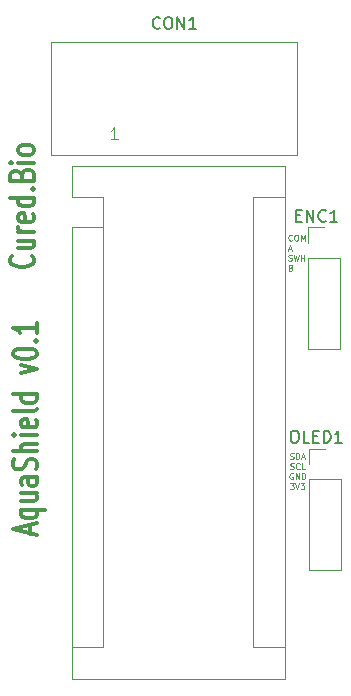
<source format=gto>
G04 #@! TF.FileFunction,Legend,Top*
%FSLAX46Y46*%
G04 Gerber Fmt 4.6, Leading zero omitted, Abs format (unit mm)*
G04 Created by KiCad (PCBNEW 4.0.7) date 10/31/17 13:14:18*
%MOMM*%
%LPD*%
G01*
G04 APERTURE LIST*
%ADD10C,0.150000*%
%ADD11C,0.100000*%
%ADD12C,0.304800*%
%ADD13C,0.120000*%
G04 APERTURE END LIST*
D10*
D11*
X150754762Y-84003571D02*
X150730952Y-84027381D01*
X150659524Y-84051190D01*
X150611905Y-84051190D01*
X150540476Y-84027381D01*
X150492857Y-83979762D01*
X150469048Y-83932143D01*
X150445238Y-83836905D01*
X150445238Y-83765476D01*
X150469048Y-83670238D01*
X150492857Y-83622619D01*
X150540476Y-83575000D01*
X150611905Y-83551190D01*
X150659524Y-83551190D01*
X150730952Y-83575000D01*
X150754762Y-83598810D01*
X151064286Y-83551190D02*
X151159524Y-83551190D01*
X151207143Y-83575000D01*
X151254762Y-83622619D01*
X151278571Y-83717857D01*
X151278571Y-83884524D01*
X151254762Y-83979762D01*
X151207143Y-84027381D01*
X151159524Y-84051190D01*
X151064286Y-84051190D01*
X151016667Y-84027381D01*
X150969048Y-83979762D01*
X150945238Y-83884524D01*
X150945238Y-83717857D01*
X150969048Y-83622619D01*
X151016667Y-83575000D01*
X151064286Y-83551190D01*
X151492858Y-84051190D02*
X151492858Y-83551190D01*
X151659524Y-83908333D01*
X151826191Y-83551190D01*
X151826191Y-84051190D01*
X150445238Y-84758333D02*
X150683333Y-84758333D01*
X150397619Y-84901190D02*
X150564286Y-84401190D01*
X150730952Y-84901190D01*
X150445238Y-85727381D02*
X150516667Y-85751190D01*
X150635714Y-85751190D01*
X150683333Y-85727381D01*
X150707143Y-85703571D01*
X150730952Y-85655952D01*
X150730952Y-85608333D01*
X150707143Y-85560714D01*
X150683333Y-85536905D01*
X150635714Y-85513095D01*
X150540476Y-85489286D01*
X150492857Y-85465476D01*
X150469048Y-85441667D01*
X150445238Y-85394048D01*
X150445238Y-85346429D01*
X150469048Y-85298810D01*
X150492857Y-85275000D01*
X150540476Y-85251190D01*
X150659524Y-85251190D01*
X150730952Y-85275000D01*
X150897619Y-85251190D02*
X151016666Y-85751190D01*
X151111904Y-85394048D01*
X151207142Y-85751190D01*
X151326190Y-85251190D01*
X151516667Y-85751190D02*
X151516667Y-85251190D01*
X151516667Y-85489286D02*
X151802381Y-85489286D01*
X151802381Y-85751190D02*
X151802381Y-85251190D01*
X150635714Y-86339286D02*
X150707143Y-86363095D01*
X150730952Y-86386905D01*
X150754762Y-86434524D01*
X150754762Y-86505952D01*
X150730952Y-86553571D01*
X150707143Y-86577381D01*
X150659524Y-86601190D01*
X150469048Y-86601190D01*
X150469048Y-86101190D01*
X150635714Y-86101190D01*
X150683333Y-86125000D01*
X150707143Y-86148810D01*
X150730952Y-86196429D01*
X150730952Y-86244048D01*
X150707143Y-86291667D01*
X150683333Y-86315476D01*
X150635714Y-86339286D01*
X150469048Y-86339286D01*
X150592858Y-102527381D02*
X150664287Y-102551190D01*
X150783334Y-102551190D01*
X150830953Y-102527381D01*
X150854763Y-102503571D01*
X150878572Y-102455952D01*
X150878572Y-102408333D01*
X150854763Y-102360714D01*
X150830953Y-102336905D01*
X150783334Y-102313095D01*
X150688096Y-102289286D01*
X150640477Y-102265476D01*
X150616668Y-102241667D01*
X150592858Y-102194048D01*
X150592858Y-102146429D01*
X150616668Y-102098810D01*
X150640477Y-102075000D01*
X150688096Y-102051190D01*
X150807144Y-102051190D01*
X150878572Y-102075000D01*
X151092858Y-102551190D02*
X151092858Y-102051190D01*
X151211905Y-102051190D01*
X151283334Y-102075000D01*
X151330953Y-102122619D01*
X151354762Y-102170238D01*
X151378572Y-102265476D01*
X151378572Y-102336905D01*
X151354762Y-102432143D01*
X151330953Y-102479762D01*
X151283334Y-102527381D01*
X151211905Y-102551190D01*
X151092858Y-102551190D01*
X151569048Y-102408333D02*
X151807143Y-102408333D01*
X151521429Y-102551190D02*
X151688096Y-102051190D01*
X151854762Y-102551190D01*
X150604762Y-103377381D02*
X150676191Y-103401190D01*
X150795238Y-103401190D01*
X150842857Y-103377381D01*
X150866667Y-103353571D01*
X150890476Y-103305952D01*
X150890476Y-103258333D01*
X150866667Y-103210714D01*
X150842857Y-103186905D01*
X150795238Y-103163095D01*
X150700000Y-103139286D01*
X150652381Y-103115476D01*
X150628572Y-103091667D01*
X150604762Y-103044048D01*
X150604762Y-102996429D01*
X150628572Y-102948810D01*
X150652381Y-102925000D01*
X150700000Y-102901190D01*
X150819048Y-102901190D01*
X150890476Y-102925000D01*
X151390476Y-103353571D02*
X151366666Y-103377381D01*
X151295238Y-103401190D01*
X151247619Y-103401190D01*
X151176190Y-103377381D01*
X151128571Y-103329762D01*
X151104762Y-103282143D01*
X151080952Y-103186905D01*
X151080952Y-103115476D01*
X151104762Y-103020238D01*
X151128571Y-102972619D01*
X151176190Y-102925000D01*
X151247619Y-102901190D01*
X151295238Y-102901190D01*
X151366666Y-102925000D01*
X151390476Y-102948810D01*
X151842857Y-103401190D02*
X151604762Y-103401190D01*
X151604762Y-102901190D01*
X150819047Y-103775000D02*
X150771428Y-103751190D01*
X150700000Y-103751190D01*
X150628571Y-103775000D01*
X150580952Y-103822619D01*
X150557143Y-103870238D01*
X150533333Y-103965476D01*
X150533333Y-104036905D01*
X150557143Y-104132143D01*
X150580952Y-104179762D01*
X150628571Y-104227381D01*
X150700000Y-104251190D01*
X150747619Y-104251190D01*
X150819047Y-104227381D01*
X150842857Y-104203571D01*
X150842857Y-104036905D01*
X150747619Y-104036905D01*
X151057143Y-104251190D02*
X151057143Y-103751190D01*
X151342857Y-104251190D01*
X151342857Y-103751190D01*
X151580953Y-104251190D02*
X151580953Y-103751190D01*
X151700000Y-103751190D01*
X151771429Y-103775000D01*
X151819048Y-103822619D01*
X151842857Y-103870238D01*
X151866667Y-103965476D01*
X151866667Y-104036905D01*
X151842857Y-104132143D01*
X151819048Y-104179762D01*
X151771429Y-104227381D01*
X151700000Y-104251190D01*
X151580953Y-104251190D01*
X150580954Y-104601190D02*
X150890477Y-104601190D01*
X150723811Y-104791667D01*
X150795239Y-104791667D01*
X150842858Y-104815476D01*
X150866668Y-104839286D01*
X150890477Y-104886905D01*
X150890477Y-105005952D01*
X150866668Y-105053571D01*
X150842858Y-105077381D01*
X150795239Y-105101190D01*
X150652382Y-105101190D01*
X150604763Y-105077381D01*
X150580954Y-105053571D01*
X151033334Y-104601190D02*
X151200001Y-105101190D01*
X151366667Y-104601190D01*
X151485715Y-104601190D02*
X151795238Y-104601190D01*
X151628572Y-104791667D01*
X151700000Y-104791667D01*
X151747619Y-104815476D01*
X151771429Y-104839286D01*
X151795238Y-104886905D01*
X151795238Y-105005952D01*
X151771429Y-105053571D01*
X151747619Y-105077381D01*
X151700000Y-105101190D01*
X151557143Y-105101190D01*
X151509524Y-105077381D01*
X151485715Y-105053571D01*
D12*
X128588667Y-108876286D02*
X128588667Y-108150572D01*
X129169238Y-109021429D02*
X127137238Y-108513429D01*
X129169238Y-108005429D01*
X127814571Y-106844286D02*
X129846571Y-106844286D01*
X129072476Y-106844286D02*
X129169238Y-106989429D01*
X129169238Y-107279715D01*
X129072476Y-107424857D01*
X128975714Y-107497429D01*
X128782190Y-107570000D01*
X128201619Y-107570000D01*
X128008095Y-107497429D01*
X127911333Y-107424857D01*
X127814571Y-107279715D01*
X127814571Y-106989429D01*
X127911333Y-106844286D01*
X127814571Y-105465429D02*
X129169238Y-105465429D01*
X127814571Y-106118572D02*
X128878952Y-106118572D01*
X129072476Y-106046000D01*
X129169238Y-105900858D01*
X129169238Y-105683143D01*
X129072476Y-105538000D01*
X128975714Y-105465429D01*
X129169238Y-104086572D02*
X128104857Y-104086572D01*
X127911333Y-104159143D01*
X127814571Y-104304286D01*
X127814571Y-104594572D01*
X127911333Y-104739715D01*
X129072476Y-104086572D02*
X129169238Y-104231715D01*
X129169238Y-104594572D01*
X129072476Y-104739715D01*
X128878952Y-104812286D01*
X128685429Y-104812286D01*
X128491905Y-104739715D01*
X128395143Y-104594572D01*
X128395143Y-104231715D01*
X128298381Y-104086572D01*
X129072476Y-103433429D02*
X129169238Y-103215715D01*
X129169238Y-102852858D01*
X129072476Y-102707715D01*
X128975714Y-102635144D01*
X128782190Y-102562572D01*
X128588667Y-102562572D01*
X128395143Y-102635144D01*
X128298381Y-102707715D01*
X128201619Y-102852858D01*
X128104857Y-103143144D01*
X128008095Y-103288286D01*
X127911333Y-103360858D01*
X127717810Y-103433429D01*
X127524286Y-103433429D01*
X127330762Y-103360858D01*
X127234000Y-103288286D01*
X127137238Y-103143144D01*
X127137238Y-102780286D01*
X127234000Y-102562572D01*
X129169238Y-101909429D02*
X127137238Y-101909429D01*
X129169238Y-101256286D02*
X128104857Y-101256286D01*
X127911333Y-101328857D01*
X127814571Y-101474000D01*
X127814571Y-101691715D01*
X127911333Y-101836857D01*
X128008095Y-101909429D01*
X129169238Y-100530572D02*
X127814571Y-100530572D01*
X127137238Y-100530572D02*
X127234000Y-100603143D01*
X127330762Y-100530572D01*
X127234000Y-100458000D01*
X127137238Y-100530572D01*
X127330762Y-100530572D01*
X129072476Y-99224286D02*
X129169238Y-99369429D01*
X129169238Y-99659715D01*
X129072476Y-99804858D01*
X128878952Y-99877429D01*
X128104857Y-99877429D01*
X127911333Y-99804858D01*
X127814571Y-99659715D01*
X127814571Y-99369429D01*
X127911333Y-99224286D01*
X128104857Y-99151715D01*
X128298381Y-99151715D01*
X128491905Y-99877429D01*
X129169238Y-98280858D02*
X129072476Y-98426000D01*
X128878952Y-98498572D01*
X127137238Y-98498572D01*
X129169238Y-97047143D02*
X127137238Y-97047143D01*
X129072476Y-97047143D02*
X129169238Y-97192286D01*
X129169238Y-97482572D01*
X129072476Y-97627714D01*
X128975714Y-97700286D01*
X128782190Y-97772857D01*
X128201619Y-97772857D01*
X128008095Y-97700286D01*
X127911333Y-97627714D01*
X127814571Y-97482572D01*
X127814571Y-97192286D01*
X127911333Y-97047143D01*
X127814571Y-95305429D02*
X129169238Y-94942572D01*
X127814571Y-94579714D01*
X127137238Y-93708857D02*
X127137238Y-93563714D01*
X127234000Y-93418571D01*
X127330762Y-93346000D01*
X127524286Y-93273429D01*
X127911333Y-93200857D01*
X128395143Y-93200857D01*
X128782190Y-93273429D01*
X128975714Y-93346000D01*
X129072476Y-93418571D01*
X129169238Y-93563714D01*
X129169238Y-93708857D01*
X129072476Y-93854000D01*
X128975714Y-93926571D01*
X128782190Y-93999143D01*
X128395143Y-94071714D01*
X127911333Y-94071714D01*
X127524286Y-93999143D01*
X127330762Y-93926571D01*
X127234000Y-93854000D01*
X127137238Y-93708857D01*
X128975714Y-92547714D02*
X129072476Y-92475142D01*
X129169238Y-92547714D01*
X129072476Y-92620285D01*
X128975714Y-92547714D01*
X129169238Y-92547714D01*
X129169238Y-91023714D02*
X129169238Y-91894571D01*
X129169238Y-91459143D02*
X127137238Y-91459143D01*
X127427524Y-91604286D01*
X127621048Y-91749428D01*
X127717810Y-91894571D01*
X128725714Y-85359143D02*
X128822476Y-85431714D01*
X128919238Y-85649428D01*
X128919238Y-85794571D01*
X128822476Y-86012286D01*
X128628952Y-86157428D01*
X128435429Y-86230000D01*
X128048381Y-86302571D01*
X127758095Y-86302571D01*
X127371048Y-86230000D01*
X127177524Y-86157428D01*
X126984000Y-86012286D01*
X126887238Y-85794571D01*
X126887238Y-85649428D01*
X126984000Y-85431714D01*
X127080762Y-85359143D01*
X127564571Y-84052857D02*
X128919238Y-84052857D01*
X127564571Y-84706000D02*
X128628952Y-84706000D01*
X128822476Y-84633428D01*
X128919238Y-84488286D01*
X128919238Y-84270571D01*
X128822476Y-84125428D01*
X128725714Y-84052857D01*
X128919238Y-83327143D02*
X127564571Y-83327143D01*
X127951619Y-83327143D02*
X127758095Y-83254571D01*
X127661333Y-83182000D01*
X127564571Y-83036857D01*
X127564571Y-82891714D01*
X128822476Y-81803142D02*
X128919238Y-81948285D01*
X128919238Y-82238571D01*
X128822476Y-82383714D01*
X128628952Y-82456285D01*
X127854857Y-82456285D01*
X127661333Y-82383714D01*
X127564571Y-82238571D01*
X127564571Y-81948285D01*
X127661333Y-81803142D01*
X127854857Y-81730571D01*
X128048381Y-81730571D01*
X128241905Y-82456285D01*
X128919238Y-80424285D02*
X126887238Y-80424285D01*
X128822476Y-80424285D02*
X128919238Y-80569428D01*
X128919238Y-80859714D01*
X128822476Y-81004856D01*
X128725714Y-81077428D01*
X128532190Y-81149999D01*
X127951619Y-81149999D01*
X127758095Y-81077428D01*
X127661333Y-81004856D01*
X127564571Y-80859714D01*
X127564571Y-80569428D01*
X127661333Y-80424285D01*
X128725714Y-79698571D02*
X128822476Y-79625999D01*
X128919238Y-79698571D01*
X128822476Y-79771142D01*
X128725714Y-79698571D01*
X128919238Y-79698571D01*
X127854857Y-78464857D02*
X127951619Y-78247143D01*
X128048381Y-78174571D01*
X128241905Y-78102000D01*
X128532190Y-78102000D01*
X128725714Y-78174571D01*
X128822476Y-78247143D01*
X128919238Y-78392285D01*
X128919238Y-78972857D01*
X126887238Y-78972857D01*
X126887238Y-78464857D01*
X126984000Y-78319714D01*
X127080762Y-78247143D01*
X127274286Y-78174571D01*
X127467810Y-78174571D01*
X127661333Y-78247143D01*
X127758095Y-78319714D01*
X127854857Y-78464857D01*
X127854857Y-78972857D01*
X128919238Y-77448857D02*
X127564571Y-77448857D01*
X126887238Y-77448857D02*
X126984000Y-77521428D01*
X127080762Y-77448857D01*
X126984000Y-77376285D01*
X126887238Y-77448857D01*
X127080762Y-77448857D01*
X128919238Y-76505429D02*
X128822476Y-76650571D01*
X128725714Y-76723143D01*
X128532190Y-76795714D01*
X127951619Y-76795714D01*
X127758095Y-76723143D01*
X127661333Y-76650571D01*
X127564571Y-76505429D01*
X127564571Y-76287714D01*
X127661333Y-76142571D01*
X127758095Y-76070000D01*
X127951619Y-75997429D01*
X128532190Y-75997429D01*
X128725714Y-76070000D01*
X128822476Y-76142571D01*
X128919238Y-76287714D01*
X128919238Y-76505429D01*
D13*
X130370000Y-67230000D02*
X151190000Y-67230000D01*
X151190000Y-67230000D02*
X151190000Y-76830000D01*
X151190000Y-76830000D02*
X130370000Y-76830000D01*
X130370000Y-76830000D02*
X130370000Y-67230000D01*
X152120000Y-93200000D02*
X154780000Y-93200000D01*
X152120000Y-85520000D02*
X152120000Y-93200000D01*
X154780000Y-85520000D02*
X154780000Y-93200000D01*
X152120000Y-85520000D02*
X154780000Y-85520000D01*
X152120000Y-84250000D02*
X152120000Y-82920000D01*
X152120000Y-82920000D02*
X153450000Y-82920000D01*
X152220000Y-111950000D02*
X154880000Y-111950000D01*
X152220000Y-104270000D02*
X152220000Y-111950000D01*
X154880000Y-104270000D02*
X154880000Y-111950000D01*
X152220000Y-104270000D02*
X154880000Y-104270000D01*
X152220000Y-103000000D02*
X152220000Y-101670000D01*
X152220000Y-101670000D02*
X153550000Y-101670000D01*
X134770000Y-82920000D02*
X134770000Y-80380000D01*
X134770000Y-80380000D02*
X132100000Y-80380000D01*
X132100000Y-82920000D02*
X132100000Y-121150000D01*
X132100000Y-77710000D02*
X132100000Y-80380000D01*
X147470000Y-80380000D02*
X150140000Y-80380000D01*
X147470000Y-80380000D02*
X147470000Y-118480000D01*
X147470000Y-118480000D02*
X150140000Y-118480000D01*
X134770000Y-82920000D02*
X132100000Y-82920000D01*
X134770000Y-82920000D02*
X134770000Y-118480000D01*
X134770000Y-118480000D02*
X132100000Y-118480000D01*
X132100000Y-121150000D02*
X150140000Y-121150000D01*
X150140000Y-121150000D02*
X150140000Y-77710000D01*
X150140000Y-77710000D02*
X132100000Y-77710000D01*
D10*
X139565715Y-66037143D02*
X139518096Y-66084762D01*
X139375239Y-66132381D01*
X139280001Y-66132381D01*
X139137143Y-66084762D01*
X139041905Y-65989524D01*
X138994286Y-65894286D01*
X138946667Y-65703810D01*
X138946667Y-65560952D01*
X138994286Y-65370476D01*
X139041905Y-65275238D01*
X139137143Y-65180000D01*
X139280001Y-65132381D01*
X139375239Y-65132381D01*
X139518096Y-65180000D01*
X139565715Y-65227619D01*
X140184762Y-65132381D02*
X140375239Y-65132381D01*
X140470477Y-65180000D01*
X140565715Y-65275238D01*
X140613334Y-65465714D01*
X140613334Y-65799048D01*
X140565715Y-65989524D01*
X140470477Y-66084762D01*
X140375239Y-66132381D01*
X140184762Y-66132381D01*
X140089524Y-66084762D01*
X139994286Y-65989524D01*
X139946667Y-65799048D01*
X139946667Y-65465714D01*
X139994286Y-65275238D01*
X140089524Y-65180000D01*
X140184762Y-65132381D01*
X141041905Y-66132381D02*
X141041905Y-65132381D01*
X141613334Y-66132381D01*
X141613334Y-65132381D01*
X142613334Y-66132381D02*
X142041905Y-66132381D01*
X142327619Y-66132381D02*
X142327619Y-65132381D01*
X142232381Y-65275238D01*
X142137143Y-65370476D01*
X142041905Y-65418095D01*
D13*
X136005715Y-75472381D02*
X135434286Y-75472381D01*
X135720000Y-75472381D02*
X135720000Y-74472381D01*
X135624762Y-74615238D01*
X135529524Y-74710476D01*
X135434286Y-74758095D01*
D10*
X151085714Y-81928571D02*
X151419048Y-81928571D01*
X151561905Y-82452381D02*
X151085714Y-82452381D01*
X151085714Y-81452381D01*
X151561905Y-81452381D01*
X151990476Y-82452381D02*
X151990476Y-81452381D01*
X152561905Y-82452381D01*
X152561905Y-81452381D01*
X153609524Y-82357143D02*
X153561905Y-82404762D01*
X153419048Y-82452381D01*
X153323810Y-82452381D01*
X153180952Y-82404762D01*
X153085714Y-82309524D01*
X153038095Y-82214286D01*
X152990476Y-82023810D01*
X152990476Y-81880952D01*
X153038095Y-81690476D01*
X153085714Y-81595238D01*
X153180952Y-81500000D01*
X153323810Y-81452381D01*
X153419048Y-81452381D01*
X153561905Y-81500000D01*
X153609524Y-81547619D01*
X154561905Y-82452381D02*
X153990476Y-82452381D01*
X154276190Y-82452381D02*
X154276190Y-81452381D01*
X154180952Y-81595238D01*
X154085714Y-81690476D01*
X153990476Y-81738095D01*
X150871428Y-100152381D02*
X151061905Y-100152381D01*
X151157143Y-100200000D01*
X151252381Y-100295238D01*
X151300000Y-100485714D01*
X151300000Y-100819048D01*
X151252381Y-101009524D01*
X151157143Y-101104762D01*
X151061905Y-101152381D01*
X150871428Y-101152381D01*
X150776190Y-101104762D01*
X150680952Y-101009524D01*
X150633333Y-100819048D01*
X150633333Y-100485714D01*
X150680952Y-100295238D01*
X150776190Y-100200000D01*
X150871428Y-100152381D01*
X152204762Y-101152381D02*
X151728571Y-101152381D01*
X151728571Y-100152381D01*
X152538095Y-100628571D02*
X152871429Y-100628571D01*
X153014286Y-101152381D02*
X152538095Y-101152381D01*
X152538095Y-100152381D01*
X153014286Y-100152381D01*
X153442857Y-101152381D02*
X153442857Y-100152381D01*
X153680952Y-100152381D01*
X153823810Y-100200000D01*
X153919048Y-100295238D01*
X153966667Y-100390476D01*
X154014286Y-100580952D01*
X154014286Y-100723810D01*
X153966667Y-100914286D01*
X153919048Y-101009524D01*
X153823810Y-101104762D01*
X153680952Y-101152381D01*
X153442857Y-101152381D01*
X154966667Y-101152381D02*
X154395238Y-101152381D01*
X154680952Y-101152381D02*
X154680952Y-100152381D01*
X154585714Y-100295238D01*
X154490476Y-100390476D01*
X154395238Y-100438095D01*
M02*

</source>
